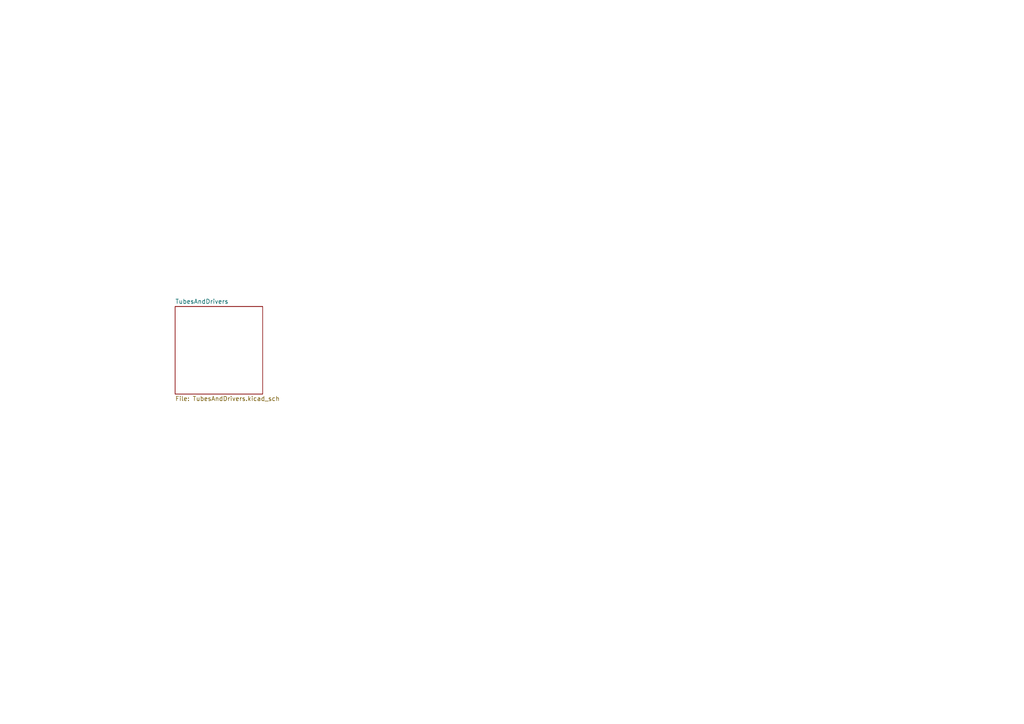
<source format=kicad_sch>
(kicad_sch (version 20230121) (generator eeschema)
  (paper "A4")
  (lib_symbols)
  (sheet (at 50.8 88.9) (size 25.4 25.4) (stroke (width 0.1524))
    (property "Sheetname" "TubesAndDrivers" (at 50.8 88.1884 0) (effects (justify left bottom)))
    (property "Sheetfile" "TubesAndDrivers.kicad_sch" (at 50.8 114.8846 0) (effects (justify left top)))
  )
)
</source>
